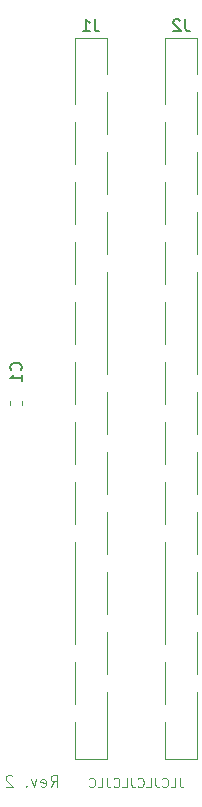
<source format=gbr>
G04 #@! TF.GenerationSoftware,KiCad,Pcbnew,9.0.6-9.0.6~ubuntu25.10.1*
G04 #@! TF.CreationDate,2025-12-24T16:01:02+09:00*
G04 #@! TF.ProjectId,bionic-mc68008,62696f6e-6963-42d6-9d63-36383030382e,2*
G04 #@! TF.SameCoordinates,Original*
G04 #@! TF.FileFunction,Legend,Bot*
G04 #@! TF.FilePolarity,Positive*
%FSLAX46Y46*%
G04 Gerber Fmt 4.6, Leading zero omitted, Abs format (unit mm)*
G04 Created by KiCad (PCBNEW 9.0.6-9.0.6~ubuntu25.10.1) date 2025-12-24 16:01:02*
%MOMM*%
%LPD*%
G01*
G04 APERTURE LIST*
%ADD10C,0.100000*%
%ADD11C,0.125000*%
%ADD12C,0.150000*%
%ADD13C,0.120000*%
G04 APERTURE END LIST*
D10*
X117395238Y-136406895D02*
X117395238Y-136978323D01*
X117395238Y-136978323D02*
X117433333Y-137092609D01*
X117433333Y-137092609D02*
X117509524Y-137168800D01*
X117509524Y-137168800D02*
X117623809Y-137206895D01*
X117623809Y-137206895D02*
X117700000Y-137206895D01*
X116633333Y-137206895D02*
X117014285Y-137206895D01*
X117014285Y-137206895D02*
X117014285Y-136406895D01*
X115909523Y-137130704D02*
X115947619Y-137168800D01*
X115947619Y-137168800D02*
X116061904Y-137206895D01*
X116061904Y-137206895D02*
X116138095Y-137206895D01*
X116138095Y-137206895D02*
X116252381Y-137168800D01*
X116252381Y-137168800D02*
X116328571Y-137092609D01*
X116328571Y-137092609D02*
X116366666Y-137016419D01*
X116366666Y-137016419D02*
X116404762Y-136864038D01*
X116404762Y-136864038D02*
X116404762Y-136749752D01*
X116404762Y-136749752D02*
X116366666Y-136597371D01*
X116366666Y-136597371D02*
X116328571Y-136521180D01*
X116328571Y-136521180D02*
X116252381Y-136444990D01*
X116252381Y-136444990D02*
X116138095Y-136406895D01*
X116138095Y-136406895D02*
X116061904Y-136406895D01*
X116061904Y-136406895D02*
X115947619Y-136444990D01*
X115947619Y-136444990D02*
X115909523Y-136483085D01*
X115338095Y-136406895D02*
X115338095Y-136978323D01*
X115338095Y-136978323D02*
X115376190Y-137092609D01*
X115376190Y-137092609D02*
X115452381Y-137168800D01*
X115452381Y-137168800D02*
X115566666Y-137206895D01*
X115566666Y-137206895D02*
X115642857Y-137206895D01*
X114576190Y-137206895D02*
X114957142Y-137206895D01*
X114957142Y-137206895D02*
X114957142Y-136406895D01*
X113852380Y-137130704D02*
X113890476Y-137168800D01*
X113890476Y-137168800D02*
X114004761Y-137206895D01*
X114004761Y-137206895D02*
X114080952Y-137206895D01*
X114080952Y-137206895D02*
X114195238Y-137168800D01*
X114195238Y-137168800D02*
X114271428Y-137092609D01*
X114271428Y-137092609D02*
X114309523Y-137016419D01*
X114309523Y-137016419D02*
X114347619Y-136864038D01*
X114347619Y-136864038D02*
X114347619Y-136749752D01*
X114347619Y-136749752D02*
X114309523Y-136597371D01*
X114309523Y-136597371D02*
X114271428Y-136521180D01*
X114271428Y-136521180D02*
X114195238Y-136444990D01*
X114195238Y-136444990D02*
X114080952Y-136406895D01*
X114080952Y-136406895D02*
X114004761Y-136406895D01*
X114004761Y-136406895D02*
X113890476Y-136444990D01*
X113890476Y-136444990D02*
X113852380Y-136483085D01*
X113280952Y-136406895D02*
X113280952Y-136978323D01*
X113280952Y-136978323D02*
X113319047Y-137092609D01*
X113319047Y-137092609D02*
X113395238Y-137168800D01*
X113395238Y-137168800D02*
X113509523Y-137206895D01*
X113509523Y-137206895D02*
X113585714Y-137206895D01*
X112519047Y-137206895D02*
X112899999Y-137206895D01*
X112899999Y-137206895D02*
X112899999Y-136406895D01*
X111795237Y-137130704D02*
X111833333Y-137168800D01*
X111833333Y-137168800D02*
X111947618Y-137206895D01*
X111947618Y-137206895D02*
X112023809Y-137206895D01*
X112023809Y-137206895D02*
X112138095Y-137168800D01*
X112138095Y-137168800D02*
X112214285Y-137092609D01*
X112214285Y-137092609D02*
X112252380Y-137016419D01*
X112252380Y-137016419D02*
X112290476Y-136864038D01*
X112290476Y-136864038D02*
X112290476Y-136749752D01*
X112290476Y-136749752D02*
X112252380Y-136597371D01*
X112252380Y-136597371D02*
X112214285Y-136521180D01*
X112214285Y-136521180D02*
X112138095Y-136444990D01*
X112138095Y-136444990D02*
X112023809Y-136406895D01*
X112023809Y-136406895D02*
X111947618Y-136406895D01*
X111947618Y-136406895D02*
X111833333Y-136444990D01*
X111833333Y-136444990D02*
X111795237Y-136483085D01*
X111223809Y-136406895D02*
X111223809Y-136978323D01*
X111223809Y-136978323D02*
X111261904Y-137092609D01*
X111261904Y-137092609D02*
X111338095Y-137168800D01*
X111338095Y-137168800D02*
X111452380Y-137206895D01*
X111452380Y-137206895D02*
X111528571Y-137206895D01*
X110461904Y-137206895D02*
X110842856Y-137206895D01*
X110842856Y-137206895D02*
X110842856Y-136406895D01*
X109738094Y-137130704D02*
X109776190Y-137168800D01*
X109776190Y-137168800D02*
X109890475Y-137206895D01*
X109890475Y-137206895D02*
X109966666Y-137206895D01*
X109966666Y-137206895D02*
X110080952Y-137168800D01*
X110080952Y-137168800D02*
X110157142Y-137092609D01*
X110157142Y-137092609D02*
X110195237Y-137016419D01*
X110195237Y-137016419D02*
X110233333Y-136864038D01*
X110233333Y-136864038D02*
X110233333Y-136749752D01*
X110233333Y-136749752D02*
X110195237Y-136597371D01*
X110195237Y-136597371D02*
X110157142Y-136521180D01*
X110157142Y-136521180D02*
X110080952Y-136444990D01*
X110080952Y-136444990D02*
X109966666Y-136406895D01*
X109966666Y-136406895D02*
X109890475Y-136406895D01*
X109890475Y-136406895D02*
X109776190Y-136444990D01*
X109776190Y-136444990D02*
X109738094Y-136483085D01*
D11*
X106458240Y-137181119D02*
X106791573Y-136704928D01*
X107029668Y-137181119D02*
X107029668Y-136181119D01*
X107029668Y-136181119D02*
X106648716Y-136181119D01*
X106648716Y-136181119D02*
X106553478Y-136228738D01*
X106553478Y-136228738D02*
X106505859Y-136276357D01*
X106505859Y-136276357D02*
X106458240Y-136371595D01*
X106458240Y-136371595D02*
X106458240Y-136514452D01*
X106458240Y-136514452D02*
X106505859Y-136609690D01*
X106505859Y-136609690D02*
X106553478Y-136657309D01*
X106553478Y-136657309D02*
X106648716Y-136704928D01*
X106648716Y-136704928D02*
X107029668Y-136704928D01*
X105648716Y-137133500D02*
X105743954Y-137181119D01*
X105743954Y-137181119D02*
X105934430Y-137181119D01*
X105934430Y-137181119D02*
X106029668Y-137133500D01*
X106029668Y-137133500D02*
X106077287Y-137038261D01*
X106077287Y-137038261D02*
X106077287Y-136657309D01*
X106077287Y-136657309D02*
X106029668Y-136562071D01*
X106029668Y-136562071D02*
X105934430Y-136514452D01*
X105934430Y-136514452D02*
X105743954Y-136514452D01*
X105743954Y-136514452D02*
X105648716Y-136562071D01*
X105648716Y-136562071D02*
X105601097Y-136657309D01*
X105601097Y-136657309D02*
X105601097Y-136752547D01*
X105601097Y-136752547D02*
X106077287Y-136847785D01*
X105267763Y-136514452D02*
X105029668Y-137181119D01*
X105029668Y-137181119D02*
X104791573Y-136514452D01*
X104410620Y-137085880D02*
X104363001Y-137133500D01*
X104363001Y-137133500D02*
X104410620Y-137181119D01*
X104410620Y-137181119D02*
X104458239Y-137133500D01*
X104458239Y-137133500D02*
X104410620Y-137085880D01*
X104410620Y-137085880D02*
X104410620Y-137181119D01*
X103220144Y-136276357D02*
X103172525Y-136228738D01*
X103172525Y-136228738D02*
X103077287Y-136181119D01*
X103077287Y-136181119D02*
X102839192Y-136181119D01*
X102839192Y-136181119D02*
X102743954Y-136228738D01*
X102743954Y-136228738D02*
X102696335Y-136276357D01*
X102696335Y-136276357D02*
X102648716Y-136371595D01*
X102648716Y-136371595D02*
X102648716Y-136466833D01*
X102648716Y-136466833D02*
X102696335Y-136609690D01*
X102696335Y-136609690D02*
X103267763Y-137181119D01*
X103267763Y-137181119D02*
X102648716Y-137181119D01*
D12*
X103929580Y-101890333D02*
X103977200Y-101842714D01*
X103977200Y-101842714D02*
X104024819Y-101699857D01*
X104024819Y-101699857D02*
X104024819Y-101604619D01*
X104024819Y-101604619D02*
X103977200Y-101461762D01*
X103977200Y-101461762D02*
X103881961Y-101366524D01*
X103881961Y-101366524D02*
X103786723Y-101318905D01*
X103786723Y-101318905D02*
X103596247Y-101271286D01*
X103596247Y-101271286D02*
X103453390Y-101271286D01*
X103453390Y-101271286D02*
X103262914Y-101318905D01*
X103262914Y-101318905D02*
X103167676Y-101366524D01*
X103167676Y-101366524D02*
X103072438Y-101461762D01*
X103072438Y-101461762D02*
X103024819Y-101604619D01*
X103024819Y-101604619D02*
X103024819Y-101699857D01*
X103024819Y-101699857D02*
X103072438Y-101842714D01*
X103072438Y-101842714D02*
X103120057Y-101890333D01*
X104024819Y-102842714D02*
X104024819Y-102271286D01*
X104024819Y-102557000D02*
X103024819Y-102557000D01*
X103024819Y-102557000D02*
X103167676Y-102461762D01*
X103167676Y-102461762D02*
X103262914Y-102366524D01*
X103262914Y-102366524D02*
X103310533Y-102271286D01*
X110197933Y-72204819D02*
X110197933Y-72919104D01*
X110197933Y-72919104D02*
X110245552Y-73061961D01*
X110245552Y-73061961D02*
X110340790Y-73157200D01*
X110340790Y-73157200D02*
X110483647Y-73204819D01*
X110483647Y-73204819D02*
X110578885Y-73204819D01*
X109197933Y-73204819D02*
X109769361Y-73204819D01*
X109483647Y-73204819D02*
X109483647Y-72204819D01*
X109483647Y-72204819D02*
X109578885Y-72347676D01*
X109578885Y-72347676D02*
X109674123Y-72442914D01*
X109674123Y-72442914D02*
X109769361Y-72490533D01*
X117843333Y-72204819D02*
X117843333Y-72919104D01*
X117843333Y-72919104D02*
X117890952Y-73061961D01*
X117890952Y-73061961D02*
X117986190Y-73157200D01*
X117986190Y-73157200D02*
X118129047Y-73204819D01*
X118129047Y-73204819D02*
X118224285Y-73204819D01*
X117414761Y-72300057D02*
X117367142Y-72252438D01*
X117367142Y-72252438D02*
X117271904Y-72204819D01*
X117271904Y-72204819D02*
X117033809Y-72204819D01*
X117033809Y-72204819D02*
X116938571Y-72252438D01*
X116938571Y-72252438D02*
X116890952Y-72300057D01*
X116890952Y-72300057D02*
X116843333Y-72395295D01*
X116843333Y-72395295D02*
X116843333Y-72490533D01*
X116843333Y-72490533D02*
X116890952Y-72633390D01*
X116890952Y-72633390D02*
X117462380Y-73204819D01*
X117462380Y-73204819D02*
X116843333Y-73204819D01*
D13*
X103030000Y-104843767D02*
X103030000Y-104551233D01*
X104050000Y-104843767D02*
X104050000Y-104551233D01*
X108555400Y-75840000D02*
X108555400Y-73750000D01*
X108555400Y-79400000D02*
X108555400Y-75840000D01*
X108555400Y-84480000D02*
X108555400Y-80920000D01*
X108555400Y-89560000D02*
X108555400Y-86000000D01*
X108555400Y-94640000D02*
X108555400Y-91080000D01*
X108555400Y-99720000D02*
X108555400Y-96160000D01*
X108555400Y-104800000D02*
X108555400Y-101240000D01*
X108555400Y-109880000D02*
X108555400Y-106320000D01*
X108555400Y-114960000D02*
X108555400Y-111400000D01*
X108555400Y-121560000D02*
X108555400Y-116480000D01*
X108555400Y-125120000D02*
X108555400Y-121560000D01*
X108555400Y-130200000D02*
X108555400Y-126640000D01*
X108555400Y-134830000D02*
X108555400Y-131720000D01*
X111215400Y-73750000D02*
X108555400Y-73750000D01*
X111215400Y-76860000D02*
X111215400Y-73750000D01*
X111215400Y-81940000D02*
X111215400Y-78380000D01*
X111215400Y-87020000D02*
X111215400Y-83460000D01*
X111215400Y-92100000D02*
X111215400Y-88540000D01*
X111215400Y-98700000D02*
X111215400Y-93620000D01*
X111215400Y-102260000D02*
X111215400Y-98700000D01*
X111215400Y-107340000D02*
X111215400Y-103780000D01*
X111215400Y-112420000D02*
X111215400Y-108860000D01*
X111215400Y-117500000D02*
X111215400Y-113940000D01*
X111215400Y-122580000D02*
X111215400Y-119020000D01*
X111215400Y-127660000D02*
X111215400Y-124100000D01*
X111215400Y-134260000D02*
X111215400Y-129180000D01*
X111215400Y-134830000D02*
X108555400Y-134830000D01*
X111215400Y-134830000D02*
X111215400Y-134260000D01*
X116159200Y-74320000D02*
X116159200Y-73750000D01*
X116159200Y-79400000D02*
X116159200Y-74320000D01*
X116159200Y-84480000D02*
X116159200Y-80920000D01*
X116159200Y-89560000D02*
X116159200Y-86000000D01*
X116159200Y-94640000D02*
X116159200Y-91080000D01*
X116159200Y-99720000D02*
X116159200Y-96160000D01*
X116159200Y-104800000D02*
X116159200Y-101240000D01*
X116159200Y-109880000D02*
X116159200Y-106320000D01*
X116159200Y-114960000D02*
X116159200Y-111400000D01*
X116159200Y-121560000D02*
X116159200Y-116480000D01*
X116159200Y-125120000D02*
X116159200Y-121560000D01*
X116159200Y-130200000D02*
X116159200Y-126640000D01*
X116159200Y-134830000D02*
X116159200Y-131720000D01*
X118819200Y-73750000D02*
X116159200Y-73750000D01*
X118819200Y-76860000D02*
X118819200Y-73750000D01*
X118819200Y-81940000D02*
X118819200Y-78380000D01*
X118819200Y-87020000D02*
X118819200Y-83460000D01*
X118819200Y-92100000D02*
X118819200Y-88540000D01*
X118819200Y-98700000D02*
X118819200Y-93620000D01*
X118819200Y-102260000D02*
X118819200Y-98700000D01*
X118819200Y-107340000D02*
X118819200Y-103780000D01*
X118819200Y-112420000D02*
X118819200Y-108860000D01*
X118819200Y-117500000D02*
X118819200Y-113940000D01*
X118819200Y-122580000D02*
X118819200Y-119020000D01*
X118819200Y-127660000D02*
X118819200Y-124100000D01*
X118819200Y-134260000D02*
X118819200Y-129180000D01*
X118819200Y-134830000D02*
X116159200Y-134830000D01*
X118819200Y-134830000D02*
X118819200Y-134260000D01*
M02*

</source>
